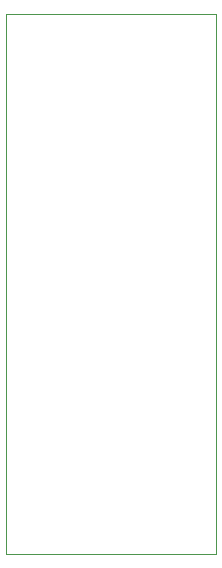
<source format=gbr>
%TF.GenerationSoftware,KiCad,Pcbnew,7.0.11+dfsg-1build4*%
%TF.CreationDate,2024-10-29T00:20:35+01:00*%
%TF.ProjectId,4to1Servosiganlforplanes,34746f31-5365-4727-966f-736967616e6c,rev?*%
%TF.SameCoordinates,Original*%
%TF.FileFunction,Paste,Top*%
%TF.FilePolarity,Positive*%
%FSLAX46Y46*%
G04 Gerber Fmt 4.6, Leading zero omitted, Abs format (unit mm)*
G04 Created by KiCad (PCBNEW 7.0.11+dfsg-1build4) date 2024-10-29 00:20:35*
%MOMM*%
%LPD*%
G01*
G04 APERTURE LIST*
%ADD10C,0.100000*%
G04 APERTURE END LIST*
D10*
X99060000Y-60960000D02*
X116840000Y-60960000D01*
X116840000Y-106680000D01*
X99060000Y-106680000D01*
X99060000Y-60960000D01*
M02*

</source>
